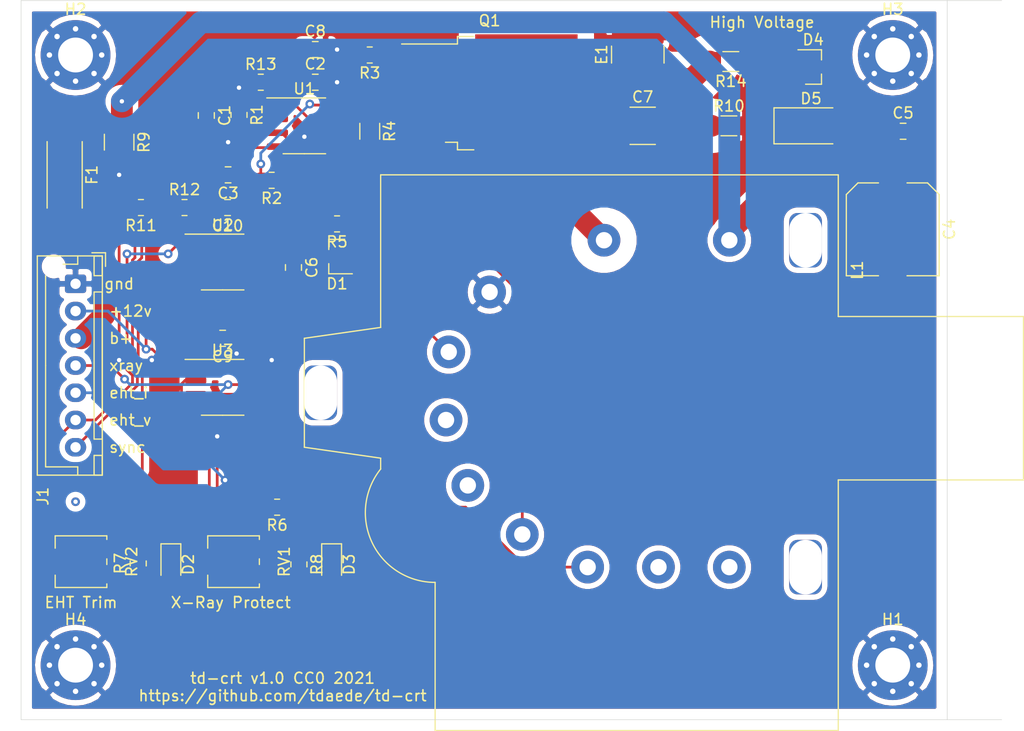
<source format=kicad_pcb>
(kicad_pcb (version 20171130) (host pcbnew 5.1.10-1.fc34)
  (layers (0 F.Cu signal) (31 B.Cu signal) (34 B.Paste user) (35 F.Paste user) (36 B.SilkS user) (37 F.SilkS user) (38 B.Mask user) (39 F.Mask user) (44 Edge.Cuts user))
  (net 0 "")
  (net 1 /fb)
  (net 2 /comp)
  (net 3 GND)
  (net 4 /ucc3801_ref)
  (net 5 "Net-(C3-Pad1)")
  (net 6 VBUS)
  (net 7 "Net-(C6-Pad1)")
  (net 8 /sw)
  (net 9 +12V)
  (net 10 "Net-(D1-Pad2)")
  (net 11 "Net-(D1-Pad1)")
  (net 12 "Net-(D2-Pad2)")
  (net 13 "Net-(D3-Pad2)")
  (net 14 /~xray_protect)
  (net 15 /eht_voltage)
  (net 16 /eht_current)
  (net 17 "Net-(L1-Pad5)")
  (net 18 "Net-(L1-Pad6)")
  (net 19 "Net-(L1-Pad7)")
  (net 20 "Net-(L1-Pad9)")
  (net 21 /cs)
  (net 22 "Net-(Q1-Pad1)")
  (net 23 "Net-(R3-Pad2)")
  (net 24 "Net-(RV1-Pad2)")
  (net 25 "Net-(C3-Pad2)")
  (net 26 /snubber_node)
  (net 27 "Net-(C8-Pad1)")
  (net 28 "Net-(D4-Pad3)")
  (net 29 "Net-(D4-Pad2)")
  (net 30 "Net-(D4-Pad1)")
  (net 31 /sync_in)
  (net 32 /vbus_in)
  (module Resistor_SMD:R_1206_3216Metric (layer F.Cu) (at -56 -24 270)
    (fp_text reference R4 (at 0 -1.82 90) (layer F.SilkS))
    (fp_text value 1)
    (pad 2 smd roundrect (at 1.4625 0 270) (size 1.125 1.75) (layers F.Cu F.Paste F.Mask) (roundrect_rratio 0.222222) (net 3 GND))
    (pad 1 smd roundrect (at -1.4625 0 270) (size 1.125 1.75) (layers F.Cu F.Paste F.Mask) (roundrect_rratio 0.222222) (net 21 /cs))
  )
  (module Resistor_SMD:R_1206_3216Metric (layer F.Cu) (at -22.8625 -30.4 180)
    (fp_text reference R14 (at 0 -1.82) (layer F.SilkS))
    (fp_text value 50)
    (pad 2 smd roundrect (at 1.4625 0 180) (size 1.125 1.75) (layers F.Cu F.Paste F.Mask) (roundrect_rratio 0.222222) (net 8 /sw))
    (pad 1 smd roundrect (at -1.4625 0 180) (size 1.125 1.75) (layers F.Cu F.Paste F.Mask) (roundrect_rratio 0.222222) (net 30 "Net-(D4-Pad1)"))
  )
  (module Resistor_SMD:R_1206_3216Metric (layer F.Cu) (at -23.0375 -24.5)
    (fp_text reference R10 (at 0 -1.82) (layer F.SilkS))
    (fp_text value 20k)
    (pad 2 smd roundrect (at 1.4625 0) (size 1.125 1.75) (layers F.Cu F.Paste F.Mask) (roundrect_rratio 0.222222) (net 3 GND))
    (pad 1 smd roundrect (at -1.4625 0) (size 1.125 1.75) (layers F.Cu F.Paste F.Mask) (roundrect_rratio 0.222222) (net 26 /snubber_node))
  )
  (module Resistor_SMD:R_0805_2012Metric (layer F.Cu) (at -73 -17)
    (fp_text reference R12 (at 0 -1.65) (layer F.SilkS))
    (fp_text value 50)
    (pad 2 smd roundrect (at 0.9125 0) (size 1.025 1.4) (layers F.Cu F.Paste F.Mask) (roundrect_rratio 0.243902) (net 3 GND))
    (pad 1 smd roundrect (at -0.9125 0) (size 1.025 1.4) (layers F.Cu F.Paste F.Mask) (roundrect_rratio 0.243902) (net 25 "Net-(C3-Pad2)"))
  )
  (module Resistor_SMD:R_0805_2012Metric (layer F.Cu) (at -77 -17 180)
    (fp_text reference R11 (at 0 -1.65) (layer F.SilkS))
    (fp_text value 120)
    (pad 2 smd roundrect (at 0.9125 0 180) (size 1.025 1.4) (layers F.Cu F.Paste F.Mask) (roundrect_rratio 0.243902) (net 31 /sync_in))
    (pad 1 smd roundrect (at -0.9125 0 180) (size 1.025 1.4) (layers F.Cu F.Paste F.Mask) (roundrect_rratio 0.243902) (net 25 "Net-(C3-Pad2)"))
  )
  (module Connector_JST:JST_XH_B7B-XH-AM_1x07_P2.50mm_Vertical (layer F.Cu) (at -83 -10 270)
    (fp_text reference J1 (at 19.5 3 90) (layer F.SilkS))
    (fp_text value Conn_01x07_Male)
    (pad "" np_thru_hole circle (at -1.6 2 270) (size 1.2 1.2) (drill 1.2) (layers *.Cu *.Mask))
    (pad 7 thru_hole oval (at 15 0 270) (size 1.7 1.95) (drill 0.95) (layers *.Cu *.Mask) (net 31 /sync_in))
    (pad 6 thru_hole oval (at 12.5 0 270) (size 1.7 1.95) (drill 0.95) (layers *.Cu *.Mask) (net 15 /eht_voltage))
    (pad 5 thru_hole oval (at 10 0 270) (size 1.7 1.95) (drill 0.95) (layers *.Cu *.Mask) (net 16 /eht_current))
    (pad 4 thru_hole oval (at 7.5 0 270) (size 1.7 1.95) (drill 0.95) (layers *.Cu *.Mask) (net 14 /~xray_protect))
    (pad 3 thru_hole oval (at 5 0 270) (size 1.7 1.95) (drill 0.95) (layers *.Cu *.Mask) (net 32 /vbus_in))
    (pad 2 thru_hole oval (at 2.5 0 270) (size 1.7 1.95) (drill 0.95) (layers *.Cu *.Mask) (net 9 +12V))
    (pad 1 thru_hole roundrect (at 0 0 270) (size 1.7 1.95) (drill 0.95) (layers *.Cu *.Mask) (roundrect_rratio 0.147059) (net 3 GND))
  )
  (module Diode_SMD:D_SMA (layer F.Cu) (at -15.5 -24.5)
    (fp_text reference D5 (at 0 -2.5) (layer F.SilkS))
    (fp_text value SMAJ400ALFCT-ND)
    (pad 2 smd rect (at 2 0) (size 2.5 1.8) (layers F.Cu F.Paste F.Mask) (net 6 VBUS))
    (pad 1 smd rect (at -2 0) (size 2.5 1.8) (layers F.Cu F.Paste F.Mask) (net 28 "Net-(D4-Pad3)"))
  )
  (module Package_TO_SOT_SMD:SOT-23 (layer F.Cu) (at -15.3 -29.9)
    (fp_text reference D4 (at 0 -2.5) (layer F.SilkS))
    (fp_text value BAS21)
    (pad 3 smd rect (at 1 0) (size 0.9 0.8) (layers F.Cu F.Paste F.Mask) (net 28 "Net-(D4-Pad3)"))
    (pad 2 smd rect (at -1 0.95) (size 0.9 0.8) (layers F.Cu F.Paste F.Mask) (net 29 "Net-(D4-Pad2)"))
    (pad 1 smd rect (at -1 -0.95) (size 0.9 0.8) (layers F.Cu F.Paste F.Mask) (net 30 "Net-(D4-Pad1)"))
  )
  (module Capacitor_SMD:C_0805_2012Metric (layer F.Cu) (at -69.05 -17 180)
    (fp_text reference C10 (at 0 -1.68) (layer F.SilkS))
    (fp_text value 0.1uF)
    (pad 2 smd roundrect (at 0.95 0 180) (size 1 1.45) (layers F.Cu F.Paste F.Mask) (net 3 GND))
    (pad 1 smd roundrect (at -0.95 0 180) (size 1 1.45) (layers F.Cu F.Paste F.Mask) (net 9 +12V))
  )
  (module Resistor_SMD:R_1218_3246Metric_Pad1.22x4.75mm_HandSolder (layer F.Cu) (at -31.4 -31.0375 90)
    (fp_text reference E1 (at 0 -3.32 90) (layer F.SilkS))
    (fp_text value SPARK_GAP)
    (pad 2 smd roundrect (at 1.5625 0 90) (size 1.225 4.75) (layers F.Cu F.Paste F.Mask) (roundrect_rratio 0.204082) (net 3 GND))
    (pad 1 smd roundrect (at -1.5625 0 90) (size 1.225 4.75) (layers F.Cu F.Paste F.Mask) (roundrect_rratio 0.204082) (net 8 /sw))
  )
  (module MountingHole:MountingHole_3.2mm_M3_Pad_Via (layer F.Cu) (at -83 25)
    (fp_text reference H4 (at 0 -4.2) (layer F.SilkS))
    (fp_text value MountingHole_Pad)
    (pad 1 thru_hole circle (at 1.697056 -1.697056) (size 0.8 0.8) (drill 0.5) (layers *.Cu *.Mask) (net 3 GND))
    (pad 1 thru_hole circle (at 0 -2.4) (size 0.8 0.8) (drill 0.5) (layers *.Cu *.Mask) (net 3 GND))
    (pad 1 thru_hole circle (at -1.697056 -1.697056) (size 0.8 0.8) (drill 0.5) (layers *.Cu *.Mask) (net 3 GND))
    (pad 1 thru_hole circle (at -2.4 0) (size 0.8 0.8) (drill 0.5) (layers *.Cu *.Mask) (net 3 GND))
    (pad 1 thru_hole circle (at -1.697056 1.697056) (size 0.8 0.8) (drill 0.5) (layers *.Cu *.Mask) (net 3 GND))
    (pad 1 thru_hole circle (at 0 2.4) (size 0.8 0.8) (drill 0.5) (layers *.Cu *.Mask) (net 3 GND))
    (pad 1 thru_hole circle (at 1.697056 1.697056) (size 0.8 0.8) (drill 0.5) (layers *.Cu *.Mask) (net 3 GND))
    (pad 1 thru_hole circle (at 2.4 0) (size 0.8 0.8) (drill 0.5) (layers *.Cu *.Mask) (net 3 GND))
    (pad 1 thru_hole circle (at 0 0) (size 6.4 6.4) (drill 3.2) (layers *.Cu *.Mask) (net 3 GND))
  )
  (module MountingHole:MountingHole_3.2mm_M3_Pad_Via (layer F.Cu) (at -8 -31)
    (fp_text reference H3 (at 0 -4.2) (layer F.SilkS))
    (fp_text value MountingHole_Pad)
    (pad 1 thru_hole circle (at 1.697056 -1.697056) (size 0.8 0.8) (drill 0.5) (layers *.Cu *.Mask) (net 3 GND))
    (pad 1 thru_hole circle (at 0 -2.4) (size 0.8 0.8) (drill 0.5) (layers *.Cu *.Mask) (net 3 GND))
    (pad 1 thru_hole circle (at -1.697056 -1.697056) (size 0.8 0.8) (drill 0.5) (layers *.Cu *.Mask) (net 3 GND))
    (pad 1 thru_hole circle (at -2.4 0) (size 0.8 0.8) (drill 0.5) (layers *.Cu *.Mask) (net 3 GND))
    (pad 1 thru_hole circle (at -1.697056 1.697056) (size 0.8 0.8) (drill 0.5) (layers *.Cu *.Mask) (net 3 GND))
    (pad 1 thru_hole circle (at 0 2.4) (size 0.8 0.8) (drill 0.5) (layers *.Cu *.Mask) (net 3 GND))
    (pad 1 thru_hole circle (at 1.697056 1.697056) (size 0.8 0.8) (drill 0.5) (layers *.Cu *.Mask) (net 3 GND))
    (pad 1 thru_hole circle (at 2.4 0) (size 0.8 0.8) (drill 0.5) (layers *.Cu *.Mask) (net 3 GND))
    (pad 1 thru_hole circle (at 0 0) (size 6.4 6.4) (drill 3.2) (layers *.Cu *.Mask) (net 3 GND))
  )
  (module MountingHole:MountingHole_3.2mm_M3_Pad_Via (layer F.Cu) (at -83 -31)
    (fp_text reference H2 (at 0 -4.2) (layer F.SilkS))
    (fp_text value MountingHole_Pad)
    (pad 1 thru_hole circle (at 1.697056 -1.697056) (size 0.8 0.8) (drill 0.5) (layers *.Cu *.Mask) (net 3 GND))
    (pad 1 thru_hole circle (at 0 -2.4) (size 0.8 0.8) (drill 0.5) (layers *.Cu *.Mask) (net 3 GND))
    (pad 1 thru_hole circle (at -1.697056 -1.697056) (size 0.8 0.8) (drill 0.5) (layers *.Cu *.Mask) (net 3 GND))
    (pad 1 thru_hole circle (at -2.4 0) (size 0.8 0.8) (drill 0.5) (layers *.Cu *.Mask) (net 3 GND))
    (pad 1 thru_hole circle (at -1.697056 1.697056) (size 0.8 0.8) (drill 0.5) (layers *.Cu *.Mask) (net 3 GND))
    (pad 1 thru_hole circle (at 0 2.4) (size 0.8 0.8) (drill 0.5) (layers *.Cu *.Mask) (net 3 GND))
    (pad 1 thru_hole circle (at 1.697056 1.697056) (size 0.8 0.8) (drill 0.5) (layers *.Cu *.Mask) (net 3 GND))
    (pad 1 thru_hole circle (at 2.4 0) (size 0.8 0.8) (drill 0.5) (layers *.Cu *.Mask) (net 3 GND))
    (pad 1 thru_hole circle (at 0 0) (size 6.4 6.4) (drill 3.2) (layers *.Cu *.Mask) (net 3 GND))
  )
  (module MountingHole:MountingHole_3.2mm_M3_Pad_Via (layer F.Cu) (at -8 25)
    (fp_text reference H1 (at 0 -4.2) (layer F.SilkS))
    (fp_text value MountingHole_Pad)
    (pad 1 thru_hole circle (at 1.697056 -1.697056) (size 0.8 0.8) (drill 0.5) (layers *.Cu *.Mask) (net 3 GND))
    (pad 1 thru_hole circle (at 0 -2.4) (size 0.8 0.8) (drill 0.5) (layers *.Cu *.Mask) (net 3 GND))
    (pad 1 thru_hole circle (at -1.697056 -1.697056) (size 0.8 0.8) (drill 0.5) (layers *.Cu *.Mask) (net 3 GND))
    (pad 1 thru_hole circle (at -2.4 0) (size 0.8 0.8) (drill 0.5) (layers *.Cu *.Mask) (net 3 GND))
    (pad 1 thru_hole circle (at -1.697056 1.697056) (size 0.8 0.8) (drill 0.5) (layers *.Cu *.Mask) (net 3 GND))
    (pad 1 thru_hole circle (at 0 2.4) (size 0.8 0.8) (drill 0.5) (layers *.Cu *.Mask) (net 3 GND))
    (pad 1 thru_hole circle (at 1.697056 1.697056) (size 0.8 0.8) (drill 0.5) (layers *.Cu *.Mask) (net 3 GND))
    (pad 1 thru_hole circle (at 2.4 0) (size 0.8 0.8) (drill 0.5) (layers *.Cu *.Mask) (net 3 GND))
    (pad 1 thru_hole circle (at 0 0) (size 6.4 6.4) (drill 3.2) (layers *.Cu *.Mask) (net 3 GND))
  )
  (module Package_SO:SOIC-8_3.9x4.9mm_P1.27mm (layer F.Cu) (at -69.5 -0.5)
    (fp_text reference U3 (at 0 -3.4) (layer F.SilkS))
    (fp_text value LM2903)
    (pad 8 smd roundrect (at 2.475 -1.905) (size 1.95 0.6) (layers F.Cu F.Paste F.Mask) (net 9 +12V))
    (pad 7 smd roundrect (at 2.475 -0.635) (size 1.95 0.6) (layers F.Cu F.Paste F.Mask) (net 14 /~xray_protect))
    (pad 6 smd roundrect (at 2.475 0.635) (size 1.95 0.6) (layers F.Cu F.Paste F.Mask) (net 4 /ucc3801_ref))
    (pad 5 smd roundrect (at 2.475 1.905) (size 1.95 0.6) (layers F.Cu F.Paste F.Mask) (net 4 /ucc3801_ref))
    (pad 4 smd roundrect (at -2.475 1.905) (size 1.95 0.6) (layers F.Cu F.Paste F.Mask) (net 3 GND))
    (pad 3 smd roundrect (at -2.475 0.635) (size 1.95 0.6) (layers F.Cu F.Paste F.Mask) (net 4 /ucc3801_ref))
    (pad 2 smd roundrect (at -2.475 -0.635) (size 1.95 0.6) (layers F.Cu F.Paste F.Mask) (net 24 "Net-(RV1-Pad2)"))
    (pad 1 smd roundrect (at -2.475 -1.905) (size 1.95 0.6) (layers F.Cu F.Paste F.Mask) (net 2 /comp))
  )
  (module Package_SO:SOIC-8_3.9x4.9mm_P1.27mm (layer F.Cu) (at -69.5 -12)
    (fp_text reference U2 (at 0 -3.4) (layer F.SilkS))
    (fp_text value TLC272)
    (pad 8 smd roundrect (at 2.475 -1.905) (size 1.95 0.6) (layers F.Cu F.Paste F.Mask) (net 9 +12V))
    (pad 7 smd roundrect (at 2.475 -0.635) (size 1.95 0.6) (layers F.Cu F.Paste F.Mask))
    (pad 6 smd roundrect (at 2.475 0.635) (size 1.95 0.6) (layers F.Cu F.Paste F.Mask))
    (pad 5 smd roundrect (at 2.475 1.905) (size 1.95 0.6) (layers F.Cu F.Paste F.Mask))
    (pad 4 smd roundrect (at -2.475 1.905) (size 1.95 0.6) (layers F.Cu F.Paste F.Mask) (net 3 GND))
    (pad 3 smd roundrect (at -2.475 0.635) (size 1.95 0.6) (layers F.Cu F.Paste F.Mask) (net 19 "Net-(L1-Pad7)"))
    (pad 2 smd roundrect (at -2.475 -0.635) (size 1.95 0.6) (layers F.Cu F.Paste F.Mask) (net 15 /eht_voltage))
    (pad 1 smd roundrect (at -2.475 -1.905) (size 1.95 0.6) (layers F.Cu F.Paste F.Mask) (net 15 /eht_voltage))
  )
  (module Package_SO:SOIC-8_3.9x4.9mm_P1.27mm (layer F.Cu) (at -62 -24.5)
    (fp_text reference U1 (at 0 -3.4) (layer F.SilkS))
    (fp_text value UCC2801)
    (pad 8 smd roundrect (at 2.475 -1.905) (size 1.95 0.6) (layers F.Cu F.Paste F.Mask) (net 4 /ucc3801_ref))
    (pad 7 smd roundrect (at 2.475 -0.635) (size 1.95 0.6) (layers F.Cu F.Paste F.Mask) (net 27 "Net-(C8-Pad1)"))
    (pad 6 smd roundrect (at 2.475 0.635) (size 1.95 0.6) (layers F.Cu F.Paste F.Mask) (net 23 "Net-(R3-Pad2)"))
    (pad 5 smd roundrect (at 2.475 1.905) (size 1.95 0.6) (layers F.Cu F.Paste F.Mask) (net 3 GND))
    (pad 4 smd roundrect (at -2.475 1.905) (size 1.95 0.6) (layers F.Cu F.Paste F.Mask) (net 5 "Net-(C3-Pad1)"))
    (pad 3 smd roundrect (at -2.475 0.635) (size 1.95 0.6) (layers F.Cu F.Paste F.Mask) (net 21 /cs))
    (pad 2 smd roundrect (at -2.475 -0.635) (size 1.95 0.6) (layers F.Cu F.Paste F.Mask) (net 1 /fb))
    (pad 1 smd roundrect (at -2.475 -1.905) (size 1.95 0.6) (layers F.Cu F.Paste F.Mask) (net 2 /comp))
  )
  (module Potentiometer_SMD:Potentiometer_Bourns_3314G_Vertical (layer F.Cu) (at -82.5 15.5 270)
    (fp_text reference RV2 (at 0 -4.65 90) (layer F.SilkS))
    (fp_text value 1k)
    (pad 3 smd rect (at -1.15 -2.75 270) (size 1.3 1.3) (layers F.Cu F.Paste F.Mask) (net 3 GND))
    (pad 2 smd rect (at 0 2.75 270) (size 2 1.3) (layers F.Cu F.Paste F.Mask) (net 1 /fb))
    (pad 1 smd rect (at 1.15 -2.75 270) (size 1.3 1.3) (layers F.Cu F.Paste F.Mask) (net 15 /eht_voltage))
  )
  (module Potentiometer_SMD:Potentiometer_Bourns_3314G_Vertical (layer F.Cu) (at -68.5 15.5 270)
    (fp_text reference RV1 (at 0 -4.65 90) (layer F.SilkS))
    (fp_text value 1k)
    (pad 3 smd rect (at -1.15 -2.75 270) (size 1.3 1.3) (layers F.Cu F.Paste F.Mask) (net 3 GND))
    (pad 2 smd rect (at 0 2.75 270) (size 2 1.3) (layers F.Cu F.Paste F.Mask) (net 24 "Net-(RV1-Pad2)"))
    (pad 1 smd rect (at 1.15 -2.75 270) (size 1.3 1.3) (layers F.Cu F.Paste F.Mask) (net 7 "Net-(C6-Pad1)"))
  )
  (module Resistor_SMD:R_0805_2012Metric (layer F.Cu) (at -66 -28.5)
    (fp_text reference R13 (at 0 -1.65) (layer F.SilkS))
    (fp_text value 1k)
    (pad 2 smd roundrect (at 0.9125 0) (size 1.025 1.4) (layers F.Cu F.Paste F.Mask) (roundrect_rratio 0.243902) (net 27 "Net-(C8-Pad1)"))
    (pad 1 smd roundrect (at -0.9125 0) (size 1.025 1.4) (layers F.Cu F.Paste F.Mask) (roundrect_rratio 0.243902) (net 9 +12V))
  )
  (module Resistor_SMD:R_1210_3225Metric (layer F.Cu) (at -79 -23 270)
    (fp_text reference R9 (at 0 -2.28 90) (layer F.SilkS))
    (fp_text value 100k)
    (pad 2 smd roundrect (at 1.4625 0 270) (size 1.125 2.65) (layers F.Cu F.Paste F.Mask) (roundrect_rratio 0.222222) (net 3 GND))
    (pad 1 smd roundrect (at -1.4625 0 270) (size 1.125 2.65) (layers F.Cu F.Paste F.Mask) (roundrect_rratio 0.222222) (net 6 VBUS))
  )
  (module Resistor_SMD:R_0805_2012Metric (layer F.Cu) (at -62.5 15.75 270)
    (fp_text reference R8 (at 0 -1.65 90) (layer F.SilkS))
    (fp_text value 10k)
    (pad 2 smd roundrect (at 0.9125 0 270) (size 1.025 1.4) (layers F.Cu F.Paste F.Mask) (roundrect_rratio 0.243902) (net 13 "Net-(D3-Pad2)"))
    (pad 1 smd roundrect (at -0.9125 0 270) (size 1.025 1.4) (layers F.Cu F.Paste F.Mask) (roundrect_rratio 0.243902) (net 9 +12V))
  )
  (module Resistor_SMD:R_0805_2012Metric (layer F.Cu) (at -77.25 15.6625 90)
    (fp_text reference R7 (at 0 -1.65 90) (layer F.SilkS))
    (fp_text value 10k)
    (pad 2 smd roundrect (at 0.9125 0 90) (size 1.025 1.4) (layers F.Cu F.Paste F.Mask) (roundrect_rratio 0.243902) (net 12 "Net-(D2-Pad2)"))
    (pad 1 smd roundrect (at -0.9125 0 90) (size 1.025 1.4) (layers F.Cu F.Paste F.Mask) (roundrect_rratio 0.243902) (net 7 "Net-(C6-Pad1)"))
  )
  (module Resistor_SMD:R_0805_2012Metric (layer F.Cu) (at -64.5 10.5 180)
    (fp_text reference R6 (at 0 -1.65) (layer F.SilkS))
    (fp_text value 100)
    (pad 2 smd roundrect (at 0.9125 0 180) (size 1.025 1.4) (layers F.Cu F.Paste F.Mask) (roundrect_rratio 0.243902) (net 3 GND))
    (pad 1 smd roundrect (at -0.9125 0 180) (size 1.025 1.4) (layers F.Cu F.Paste F.Mask) (roundrect_rratio 0.243902) (net 16 /eht_current))
  )
  (module Resistor_SMD:R_0805_2012Metric (layer F.Cu) (at -59 -15.5 180)
    (fp_text reference R5 (at 0 -1.65) (layer F.SilkS))
    (fp_text value 100k)
    (pad 2 smd roundrect (at 0.9125 0 180) (size 1.025 1.4) (layers F.Cu F.Paste F.Mask) (roundrect_rratio 0.243902) (net 3 GND))
    (pad 1 smd roundrect (at -0.9125 0 180) (size 1.025 1.4) (layers F.Cu F.Paste F.Mask) (roundrect_rratio 0.243902) (net 19 "Net-(L1-Pad7)"))
  )
  (module Resistor_SMD:R_0805_2012Metric (layer F.Cu) (at -56 -31 180)
    (fp_text reference R3 (at 0 -1.65) (layer F.SilkS))
    (fp_text value 1)
    (pad 2 smd roundrect (at 0.9125 0 180) (size 1.025 1.4) (layers F.Cu F.Paste F.Mask) (roundrect_rratio 0.243902) (net 23 "Net-(R3-Pad2)"))
    (pad 1 smd roundrect (at -0.9125 0 180) (size 1.025 1.4) (layers F.Cu F.Paste F.Mask) (roundrect_rratio 0.243902) (net 22 "Net-(Q1-Pad1)"))
  )
  (module Resistor_SMD:R_0805_2012Metric (layer F.Cu) (at -65 -19.5 180)
    (fp_text reference R2 (at 0 -1.65) (layer F.SilkS))
    (fp_text value 10k)
    (pad 2 smd roundrect (at 0.9125 0 180) (size 1.025 1.4) (layers F.Cu F.Paste F.Mask) (roundrect_rratio 0.243902) (net 4 /ucc3801_ref))
    (pad 1 smd roundrect (at -0.9125 0 180) (size 1.025 1.4) (layers F.Cu F.Paste F.Mask) (roundrect_rratio 0.243902) (net 5 "Net-(C3-Pad1)"))
  )
  (module Resistor_SMD:R_0805_2012Metric (layer F.Cu) (at -68 -25.5 270)
    (fp_text reference R1 (at 0 -1.65 90) (layer F.SilkS))
    (fp_text value 10k)
    (pad 2 smd roundrect (at 0.9125 0 270) (size 1.025 1.4) (layers F.Cu F.Paste F.Mask) (roundrect_rratio 0.243902) (net 1 /fb))
    (pad 1 smd roundrect (at -0.9125 0 270) (size 1.025 1.4) (layers F.Cu F.Paste F.Mask) (roundrect_rratio 0.243902) (net 2 /comp))
  )
  (module Package_TO_SOT_SMD:TO-263-7_TabPin8 (layer F.Cu) (at -45 -27.5)
    (fp_text reference Q1 (at 0 -6.65) (layer F.SilkS))
    (fp_text value IMBF170R450M1XTMA1)
    (pad 8 smd rect (at 3.375 0) (size 9.4 10.8) (layers F.Cu F.Mask) (net 8 /sw))
    (pad 7 smd rect (at -5.775 3.81) (size 4.6 0.8) (layers F.Cu F.Paste F.Mask) (net 21 /cs))
    (pad 6 smd rect (at -5.775 2.54) (size 4.6 0.8) (layers F.Cu F.Paste F.Mask) (net 21 /cs))
    (pad 5 smd rect (at -5.775 1.27) (size 4.6 0.8) (layers F.Cu F.Paste F.Mask) (net 21 /cs))
    (pad 4 smd rect (at -5.775 0) (size 4.6 0.8) (layers F.Cu F.Paste F.Mask) (net 21 /cs))
    (pad 3 smd rect (at -5.775 -1.27) (size 4.6 0.8) (layers F.Cu F.Paste F.Mask) (net 21 /cs))
    (pad 2 smd rect (at -5.775 -2.54) (size 4.6 0.8) (layers F.Cu F.Paste F.Mask) (net 21 /cs))
    (pad 1 smd rect (at -5.775 -3.81) (size 4.6 0.8) (layers F.Cu F.Paste F.Mask) (net 22 "Net-(Q1-Pad1)"))
  )
  (module td-hv:053X0528-001 (layer F.Cu) (at -23 -14 270)
    (fp_text reference L1 (at 2.75 -11.75 90) (layer F.SilkS))
    (fp_text value 053X0528-001)
    (pad "" np_thru_hole roundrect (at 14 37.5 270) (size 5 3) (drill oval 5 3) (layers *.Cu *.Mask))
    (pad "" np_thru_hole roundrect (at 0 -7 270) (size 5 3) (drill oval 5 3) (layers *.Cu *.Mask))
    (pad "" np_thru_hole roundrect (at 30 -7 270) (size 5 3) (drill oval 5 3) (layers *.Cu *.Mask))
    (pad 4 thru_hole circle (at 10.25 25.75 270) (size 3 3) (drill 1.5) (layers *.Cu *.Mask) (net 11 "Net-(D1-Pad1)"))
    (pad 3 thru_hole circle (at 4.75 22 270) (size 3 3) (drill 1.5) (layers *.Cu *.Mask) (net 3 GND))
    (pad 5 thru_hole circle (at 16.5 26 270) (size 3 3) (drill 1.5) (layers *.Cu *.Mask) (net 17 "Net-(L1-Pad5)"))
    (pad 6 thru_hole circle (at 22.5 24 270) (size 3 3) (drill 1.5) (layers *.Cu *.Mask) (net 18 "Net-(L1-Pad6)"))
    (pad 7 thru_hole circle (at 27 19 270) (size 3 3) (drill 1.5) (layers *.Cu *.Mask) (net 19 "Net-(L1-Pad7)"))
    (pad 8 thru_hole circle (at 30 13 270) (size 3 3) (drill 1.5) (layers *.Cu *.Mask) (net 16 /eht_current))
    (pad 9 thru_hole circle (at 30 6.5 270) (size 3 3) (drill 1.5) (layers *.Cu *.Mask) (net 20 "Net-(L1-Pad9)"))
    (pad 10 thru_hole circle (at 30 0 270) (size 3 3) (drill 1.5) (layers *.Cu *.Mask))
    (pad 2 thru_hole circle (at 0 11.5 270) (size 3 3) (drill 1.5) (layers *.Cu *.Mask) (net 8 /sw))
    (pad 1 thru_hole circle (at 0 0 270) (size 3 3) (drill 1.5) (layers *.Cu *.Mask) (net 6 VBUS))
  )
  (module Fuse:Fuse_Schurter_UMT250 (layer F.Cu) (at -84 -20 270)
    (fp_text reference F1 (at 0 -2.5 90) (layer F.SilkS))
    (fp_text value Fuse)
    (pad 2 smd roundrect (at 4.25 0 270) (size 2 3.75) (layers F.Cu F.Paste F.Mask) (roundrect_rratio 0.125) (net 32 /vbus_in))
    (pad 1 smd roundrect (at -4.25 0 270) (size 2 3.75) (layers F.Cu F.Paste F.Mask) (roundrect_rratio 0.125) (net 6 VBUS))
  )
  (module LED_SMD:LED_0805_2012Metric_Castellated (layer F.Cu) (at -59.5 15.75 270)
    (fp_text reference D3 (at 0 -1.6 90) (layer F.SilkS))
    (fp_text value LED)
    (pad 2 smd roundrect (at 0.9625 0 270) (size 1.325 1.3) (layers F.Cu F.Paste F.Mask) (roundrect_rratio 0.192308) (net 13 "Net-(D3-Pad2)"))
    (pad 1 smd roundrect (at -0.9625 0 270) (size 1.325 1.3) (layers F.Cu F.Paste F.Mask) (roundrect_rratio 0.192308) (net 14 /~xray_protect))
  )
  (module LED_SMD:LED_0805_2012Metric_Castellated (layer F.Cu) (at -74.25 15.75 270)
    (fp_text reference D2 (at 0 -1.6 90) (layer F.SilkS))
    (fp_text value LED)
    (pad 2 smd roundrect (at 0.9625 0 270) (size 1.325 1.3) (layers F.Cu F.Paste F.Mask) (roundrect_rratio 0.192308) (net 12 "Net-(D2-Pad2)"))
    (pad 1 smd roundrect (at -0.9625 0 270) (size 1.325 1.3) (layers F.Cu F.Paste F.Mask) (roundrect_rratio 0.192308) (net 3 GND))
  )
  (module Package_TO_SOT_SMD:SOT-23 (layer F.Cu) (at -59 -12.5 180)
    (fp_text reference D1 (at 0 -2.5) (layer F.SilkS))
    (fp_text value BAV99)
    (pad 3 smd rect (at 1 0 180) (size 0.9 0.8) (layers F.Cu F.Paste F.Mask) (net 7 "Net-(C6-Pad1)"))
    (pad 2 smd rect (at -1 0.95 180) (size 0.9 0.8) (layers F.Cu F.Paste F.Mask) (net 10 "Net-(D1-Pad2)"))
    (pad 1 smd rect (at -1 -0.95 180) (size 0.9 0.8) (layers F.Cu F.Paste F.Mask) (net 11 "Net-(D1-Pad1)"))
  )
  (module Capacitor_SMD:C_0805_2012Metric (layer F.Cu) (at -69.5 -5 180)
    (fp_text reference C9 (at 0 -1.68) (layer F.SilkS))
    (fp_text value 0.1uF)
    (pad 2 smd roundrect (at 0.95 0 180) (size 1 1.45) (layers F.Cu F.Paste F.Mask) (net 3 GND))
    (pad 1 smd roundrect (at -0.95 0 180) (size 1 1.45) (layers F.Cu F.Paste F.Mask) (net 9 +12V))
  )
  (module Capacitor_SMD:C_0805_2012Metric (layer F.Cu) (at -61 -31.5)
    (fp_text reference C8 (at 0 -1.68) (layer F.SilkS))
    (fp_text value 0.1uF)
    (pad 2 smd roundrect (at 0.95 0) (size 1 1.45) (layers F.Cu F.Paste F.Mask) (net 3 GND))
    (pad 1 smd roundrect (at -0.95 0) (size 1 1.45) (layers F.Cu F.Paste F.Mask) (net 27 "Net-(C8-Pad1)"))
  )
  (module Capacitor_SMD:C_1812_4532Metric (layer F.Cu) (at -30.95 -24.5)
    (fp_text reference C7 (at 0 -2.65) (layer F.SilkS))
    (fp_text value "470pF 2000V NP0")
    (pad 2 smd roundrect (at 2.05 0) (size 1.4 3.4) (layers F.Cu F.Paste F.Mask) (roundrect_rratio 0.178571) (net 26 /snubber_node))
    (pad 1 smd roundrect (at -2.05 0) (size 1.4 3.4) (layers F.Cu F.Paste F.Mask) (roundrect_rratio 0.178571) (net 8 /sw))
  )
  (module Capacitor_SMD:C_0805_2012Metric (layer F.Cu) (at -63 -11.5 270)
    (fp_text reference C6 (at 0 -1.68 90) (layer F.SilkS))
    (fp_text value 0.1uF)
    (pad 2 smd roundrect (at 0.95 0 270) (size 1 1.45) (layers F.Cu F.Paste F.Mask) (net 3 GND))
    (pad 1 smd roundrect (at -0.95 0 270) (size 1 1.45) (layers F.Cu F.Paste F.Mask) (net 7 "Net-(C6-Pad1)"))
  )
  (module Capacitor_SMD:C_0805_2012Metric (layer F.Cu) (at -7.05 -24)
    (fp_text reference C5 (at 0 -1.68) (layer F.SilkS))
    (fp_text value "0.1uF 200V")
    (pad 2 smd roundrect (at 0.95 0) (size 1 1.45) (layers F.Cu F.Paste F.Mask) (net 3 GND))
    (pad 1 smd roundrect (at -0.95 0) (size 1 1.45) (layers F.Cu F.Paste F.Mask) (net 6 VBUS))
  )
  (module Capacitor_SMD:C_Elec_8x10.2 (layer F.Cu) (at -8 -15 270)
    (fp_text reference C4 (at 0 -5.2 90) (layer F.SilkS))
    (fp_text value "12uF 250V")
    (pad 2 smd roundrect (at 3.6 0 270) (size 4.5 2.1) (layers F.Cu F.Paste F.Mask) (roundrect_rratio 0.119048) (net 3 GND))
    (pad 1 smd roundrect (at -3.6 0 270) (size 4.5 2.1) (layers F.Cu F.Paste F.Mask) (roundrect_rratio 0.119048) (net 6 VBUS))
  )
  (module Capacitor_SMD:C_0805_2012Metric (layer F.Cu) (at -69 -20 180)
    (fp_text reference C3 (at 0 -1.68) (layer F.SilkS))
    (fp_text value 22000pF)
    (pad 2 smd roundrect (at 0.95 0 180) (size 1 1.45) (layers F.Cu F.Paste F.Mask) (net 25 "Net-(C3-Pad2)"))
    (pad 1 smd roundrect (at -0.95 0 180) (size 1 1.45) (layers F.Cu F.Paste F.Mask) (net 5 "Net-(C3-Pad1)"))
  )
  (module Capacitor_SMD:C_0805_2012Metric (layer F.Cu) (at -61 -28.5)
    (fp_text reference C2 (at 0 -1.68) (layer F.SilkS))
    (fp_text value 0.1uF)
    (pad 2 smd roundrect (at 0.95 0) (size 1 1.45) (layers F.Cu F.Paste F.Mask) (net 3 GND))
    (pad 1 smd roundrect (at -0.95 0) (size 1 1.45) (layers F.Cu F.Paste F.Mask) (net 4 /ucc3801_ref))
  )
  (module Capacitor_SMD:C_0805_2012Metric (layer F.Cu) (at -71 -25.45 270)
    (fp_text reference C1 (at 0 -1.68 90) (layer F.SilkS))
    (fp_text value 10000pF)
    (pad 2 smd roundrect (at 0.95 0 270) (size 1 1.45) (layers F.Cu F.Paste F.Mask) (net 1 /fb))
    (pad 1 smd roundrect (at -0.95 0 270) (size 1 1.45) (layers F.Cu F.Paste F.Mask) (net 2 /comp))
  )
  (gr_text xray (at -80 -2.5) (layer F.SilkS) (effects (font (size 1 1)) (justify left)))
  (gr_text b+ (at -80 -5) (layer F.SilkS) (effects (font (size 1 1)) (justify left)))
  (gr_text eht_i (at -80 0) (layer F.SilkS) (effects (font (size 1 1)) (justify left)))
  (gr_text eht_v (at -80 2.5) (layer F.SilkS) (effects (font (size 1 1)) (justify left)))
  (gr_text sync (at -80 5) (layer F.SilkS) (effects (font (size 1 1)) (justify left)))
  (gr_text +12v (at -80 -7.5) (layer F.SilkS) (effects (font (size 1 1)) (justify left)))
  (gr_text gnd (at -79 -10) (layer F.SilkS) (effects (font (size 1 1))))
  (gr_line (start -88 -36) (end 2 -36) (layer Edge.Cuts) (width 0.05))
  (gr_line (start -88 30) (end -88 -36) (layer Edge.Cuts) (width 0.05))
  (gr_line (start 2 30) (end -88 30) (layer Edge.Cuts) (width 0.05))
  (gr_line (start -3 -36) (end -3 30) (layer Edge.Cuts) (width 0.05))
  (gr_text "td-crt v1.0 CC0 2021\nhttps://github.com/tdaede/td-crt" (at -64 27) (layer F.SilkS) (effects (font (size 1 1))))
  (gr_text "High Voltage" (at -20 -34) (layer F.SilkS) (effects (font (size 1 1))))
  (gr_text "EHT Trim" (at -82.5 19.25) (layer F.SilkS) (effects (font (size 1 1))))
  (gr_text "X-Ray Protect" (at -68.75 19.25) (layer F.SilkS) (effects (font (size 1 1))))
  (via (at -83 10) (size 0.8) (drill 0.4) (layers F.Cu B.Cu) (net 0))
  (segment (start -71 -24.5) (end -68.5 -24.5) (width 0.25) (layer F.Cu) (net 1))
  (segment (start -68.5 -24.5) (end -68 -25) (width 0.25) (layer F.Cu) (net 1))
  (segment (start -68 -25) (end -64 -25) (width 0.25) (layer F.Cu) (net 1))
  (segment (start -77.25 -12.065577) (end -76.92501 -12.390567) (width 0.25) (layer F.Cu) (net 1))
  (segment (start -76.92501 -12.390567) (end -76.92501 -18.57499) (width 0.25) (layer F.Cu) (net 1))
  (segment (start -77.25 -2.345825) (end -77.25 -12.065577) (width 0.25) (layer F.Cu) (net 1))
  (segment (start -76.874976 7.124976) (end -76.874976 -1.970802) (width 0.25) (layer F.Cu) (net 1))
  (segment (start -85.25 15.5) (end -76.874976 7.124976) (width 0.25) (layer F.Cu) (net 1))
  (segment (start -76.92501 -18.57499) (end -71 -24.5) (width 0.25) (layer F.Cu) (net 1))
  (segment (start -76.874976 -1.970802) (end -77.25 -2.345825) (width 0.25) (layer F.Cu) (net 1))
  (segment (start -68 -26.4125) (end -65.4125 -26.4125) (width 0.25) (layer F.Cu) (net 2))
  (segment (start -71 -26.4) (end -68.1 -26.4) (width 0.25) (layer F.Cu) (net 2))
  (segment (start -71 -26.4) (end -79 -18.4) (width 0.25) (layer F.Cu) (net 2))
  (segment (start -79 -18.4) (end -79 -3) (width 0.25) (layer F.Cu) (net 2))
  (via (at -79 -3) (size 0.8) (drill 0.4) (layers F.Cu B.Cu) (net 2))
  (via (at -76 -3) (size 0.8) (drill 0.4) (layers F.Cu B.Cu) (net 2))
  (segment (start -79 -3) (end -76 -3) (width 0.25) (layer B.Cu) (net 2))
  (segment (start -76 -3) (end -72 -3) (width 0.25) (layer F.Cu) (net 2))
  (via (at -62 -23.5) (size 0.8) (drill 0.4) (layers F.Cu B.Cu) (net 3))
  (segment (start -61.095 -22.595) (end -62 -23.5) (width 0.25) (layer F.Cu) (net 3))
  (segment (start -59.525 -22.595) (end -61.095 -22.595) (width 0.25) (layer F.Cu) (net 3))
  (via (at -59 -28.5) (size 0.8) (drill 0.4) (layers F.Cu B.Cu) (net 3))
  (segment (start -60.05 -28.5) (end -59 -28.5) (width 0.25) (layer F.Cu) (net 3))
  (via (at -59 -31.5) (size 0.8) (drill 0.4) (layers F.Cu B.Cu) (net 3))
  (segment (start -60.05 -31.5) (end -59 -31.5) (width 0.25) (layer F.Cu) (net 3))
  (segment (start -70 -17) (end -72.5 -17) (width 0.25) (layer F.Cu) (net 3))
  (segment (start -79 -21.5375) (end -79 -20.5) (width 0.25) (layer F.Cu) (net 3))
  (via (at -79 -20) (size 0.8) (drill 0.4) (layers F.Cu B.Cu) (net 3))
  (segment (start -79 -20.5) (end -79 -20) (width 0.25) (layer F.Cu) (net 3))
  (segment (start -61.95 -28.5) (end -60 -26.55) (width 0.25) (layer F.Cu) (net 4))
  (via (at -61.5 -26.5) (size 0.8) (drill 0.4) (layers F.Cu B.Cu) (net 4))
  (segment (start -61.405 -26.405) (end -61.5 -26.5) (width 0.25) (layer F.Cu) (net 4))
  (segment (start -59.525 -26.405) (end -61.405 -26.405) (width 0.25) (layer F.Cu) (net 4))
  (via (at -66 -21) (size 0.8) (drill 0.4) (layers F.Cu B.Cu) (net 4))
  (segment (start -66 -22) (end -66 -21) (width 0.25) (layer B.Cu) (net 4))
  (segment (start -61.5 -26.5) (end -66 -22) (width 0.25) (layer B.Cu) (net 4))
  (segment (start -66 -21) (end -66 -19.5) (width 0.25) (layer F.Cu) (net 4))
  (segment (start -67.025 0.135) (end -71.865 0.135) (width 0.25) (layer F.Cu) (net 4))
  (segment (start -71.865 0.135) (end -72 0) (width 0.25) (layer F.Cu) (net 4))
  (segment (start -67.025 0.135) (end -67.025 0.975) (width 0.25) (layer F.Cu) (net 4))
  (segment (start -67 1) (end -67 1.727179) (width 0.25) (layer F.Cu) (net 4))
  (segment (start -67.025 0.975) (end -67 1) (width 0.25) (layer F.Cu) (net 4))
  (segment (start -64.475 -22.595) (end -64.475 -19.975) (width 0.25) (layer F.Cu) (net 5))
  (segment (start -68.05 -20) (end -68.05 -21.45) (width 0.25) (layer F.Cu) (net 5))
  (segment (start -68.05 -21.45) (end -67 -22.5) (width 0.25) (layer F.Cu) (net 5))
  (segment (start -67 -22.5) (end -64.5 -22.5) (width 0.25) (layer F.Cu) (net 5))
  (segment (start -13.5 -24.5) (end -13.5 -24.3) (width 2) (layer F.Cu) (net 6))
  (segment (start -13.5 -24.3) (end -23 -14.8) (width 2) (layer F.Cu) (net 6))
  (segment (start -23 -14) (end -23 -14.8) (width 2) (layer F.Cu) (net 6))
  (segment (start -8 -18.6) (end -8 -24) (width 2) (layer F.Cu) (net 6))
  (segment (start -13.5 -24.5) (end -8.5 -24.5) (width 2) (layer F.Cu) (net 6))
  (segment (start -23 -14) (end -23 -28) (width 2) (layer B.Cu) (net 6))
  (segment (start -23 -28) (end -29 -34) (width 2) (layer B.Cu) (net 6))
  (via (at -78.75 -26.75) (size 0.8) (drill 0.4) (layers F.Cu B.Cu) (net 6))
  (segment (start -71.5 -34) (end -78.75 -26.75) (width 2) (layer B.Cu) (net 6))
  (segment (start -29 -34) (end -71.5 -34) (width 2) (layer B.Cu) (net 6))
  (segment (start -78.75 -26.75) (end -78.75 -25.25) (width 2) (layer F.Cu) (net 6))
  (segment (start -78.75 -25.25) (end -79.75 -24.25) (width 2) (layer F.Cu) (net 6))
  (segment (start -84 -24.25) (end -80 -24.25) (width 2) (layer F.Cu) (net 6))
  (segment (start -60.17638 -12.5) (end -60.58819 -12.08819) (width 0.25) (layer F.Cu) (net 7))
  (segment (start -60 -12.5) (end -60.17638 -12.5) (width 0.25) (layer F.Cu) (net 7))
  (segment (start -60.58819 -12.08819) (end -60.41181 -12.08819) (width 0.25) (layer F.Cu) (net 7))
  (segment (start -63 -12.08819) (end -60.58819 -12.08819) (width 0.25) (layer F.Cu) (net 7))
  (segment (start -66.80001 17.70001) (end -76.54999 17.70001) (width 0.25) (layer F.Cu) (net 7))
  (segment (start -65.75 16.65) (end -66.80001 17.70001) (width 0.25) (layer F.Cu) (net 7))
  (segment (start -76.54999 17.70001) (end -77.75 16.5) (width 0.25) (layer F.Cu) (net 7))
  (segment (start -70.534402 2.824987) (end -66.798219 2.824987) (width 0.25) (layer F.Cu) (net 7))
  (segment (start -71.90002 11.39998) (end -71.90002 4.190605) (width 0.25) (layer F.Cu) (net 7))
  (segment (start -65.725002 -9.363188) (end -63.08819 -12) (width 0.25) (layer F.Cu) (net 7))
  (segment (start -65.725002 -2.651998) (end -65.725002 -9.363188) (width 0.25) (layer F.Cu) (net 7))
  (segment (start -65.72499 -2.651986) (end -65.725002 -2.651998) (width 0.25) (layer F.Cu) (net 7))
  (segment (start -65.72499 1.751758) (end -65.72499 -2.651986) (width 0.25) (layer F.Cu) (net 7))
  (segment (start -63.08819 -12) (end -63 -12) (width 0.25) (layer F.Cu) (net 7))
  (segment (start -71.90002 4.190605) (end -70.534402 2.824987) (width 0.25) (layer F.Cu) (net 7))
  (segment (start -66.65 16.65) (end -71.90002 11.39998) (width 0.25) (layer F.Cu) (net 7))
  (segment (start -65.75 16.65) (end -66.65 16.65) (width 0.25) (layer F.Cu) (net 7))
  (segment (start -66.798219 2.824987) (end -65.72499 1.751758) (width 0.25) (layer F.Cu) (net 7))
  (segment (start -34.5 -14) (end -40.2 -19.7) (width 2) (layer F.Cu) (net 8))
  (segment (start -40.2 -19.7) (end -40.2 -28.8) (width 2) (layer F.Cu) (net 8))
  (segment (start -40.2 -28.8) (end -26.4 -28.8) (width 2) (layer F.Cu) (net 8))
  (segment (start -26.4 -28.8) (end -24.8 -30.4) (width 2) (layer F.Cu) (net 8))
  (segment (start -68.1 -17) (end -68.1 -15.1) (width 0.25) (layer F.Cu) (net 9))
  (segment (start -68.55 -5) (end -68.55 -3.55) (width 0.25) (layer F.Cu) (net 9))
  (segment (start -68.55 -3.55) (end -68.17 -3.55) (width 0.25) (layer F.Cu) (net 9))
  (segment (start -67.025 -2.405) (end -67.56 -2.94) (width 0.25) (layer F.Cu) (net 9))
  (segment (start -68.1 -15.1) (end -67 -14) (width 0.25) (layer F.Cu) (net 9))
  (via (at -76.52499 -4) (size 0.8) (drill 0.4) (layers F.Cu B.Cu) (net 9))
  (segment (start -83 -7.5) (end -80.02499 -7.5) (width 0.25) (layer B.Cu) (net 9))
  (segment (start -80.02499 -7.5) (end -76.52499 -4) (width 0.25) (layer B.Cu) (net 9))
  (segment (start -67.56 -2.94) (end -68.220001 -3.600001) (width 0.25) (layer F.Cu) (net 9))
  (via (at -65 -3) (size 0.8) (drill 0.4) (layers F.Cu B.Cu) (net 9))
  (segment (start -68.17 -3.55) (end -67.56 -2.94) (width 0.25) (layer F.Cu) (net 9))
  (via (at -68.220001 -3.600001) (size 0.8) (drill 0.4) (layers F.Cu B.Cu) (net 9))
  (segment (start -67.62 -3) (end -68.220001 -3.600001) (width 0.25) (layer B.Cu) (net 9))
  (segment (start -65 -3) (end -67.62 -3) (width 0.25) (layer B.Cu) (net 9))
  (segment (start -76.52499 -4) (end -76.52499 -8.47501) (width 0.25) (layer F.Cu) (net 9))
  (segment (start -70.953242 -13.27999) (end -70.233232 -14) (width 0.25) (layer F.Cu) (net 9))
  (segment (start -72.976778 -13.27999) (end -70.953242 -13.27999) (width 0.25) (layer F.Cu) (net 9))
  (segment (start -76.52499 -8.47501) (end -73.27501 -11.72499) (width 0.25) (layer F.Cu) (net 9))
  (segment (start -73.27501 -11.72499) (end -73.27501 -12.981758) (width 0.25) (layer F.Cu) (net 9))
  (segment (start -73.27501 -12.981758) (end -72.976778 -13.27999) (width 0.25) (layer F.Cu) (net 9))
  (segment (start -70.233232 -14) (end -67 -14) (width 0.25) (layer F.Cu) (net 9))
  (segment (start -68.1 -17) (end -69 -17.9) (width 0.25) (layer F.Cu) (net 9))
  (via (at -69 -23) (size 0.8) (drill 0.4) (layers F.Cu B.Cu) (net 9))
  (segment (start -69 -17.9) (end -69 -23) (width 0.25) (layer F.Cu) (net 9))
  (via (at -68 -28) (size 0.8) (drill 0.4) (layers F.Cu B.Cu) (net 9))
  (segment (start -69 -27) (end -68 -28) (width 0.25) (layer B.Cu) (net 9))
  (segment (start -69 -23) (end -69 -27) (width 0.25) (layer B.Cu) (net 9))
  (segment (start -68 -28) (end -67 -28) (width 0.25) (layer F.Cu) (net 9))
  (segment (start -68.220001 -3.600001) (end -75.559306 -3.600001) (width 0.25) (layer F.Cu) (net 9))
  (segment (start -75.559306 -3.600001) (end -75.959305 -4) (width 0.25) (layer F.Cu) (net 9))
  (segment (start -75.959305 -4) (end -76.52499 -4) (width 0.25) (layer F.Cu) (net 9))
  (segment (start -65 1.663179) (end -65 -3) (width 0.25) (layer F.Cu) (net 9))
  (segment (start -66.611819 3.274998) (end -65 1.663179) (width 0.25) (layer F.Cu) (net 9))
  (segment (start -66.660001 15.325001) (end -70.725002 11.26) (width 0.25) (layer F.Cu) (net 9))
  (segment (start -62.5 14.8375) (end -62.987501 15.325001) (width 0.25) (layer F.Cu) (net 9))
  (segment (start -70.725002 3.651998) (end -70.348002 3.274998) (width 0.25) (layer F.Cu) (net 9))
  (segment (start -70.348002 3.274998) (end -66.611819 3.274998) (width 0.25) (layer F.Cu) (net 9))
  (segment (start -62.987501 15.325001) (end -66.660001 15.325001) (width 0.25) (layer F.Cu) (net 9))
  (segment (start -70.725002 11.26) (end -70.725002 3.651998) (width 0.25) (layer F.Cu) (net 9))
  (segment (start -58 -11.55) (end -56.05 -11.55) (width 0.25) (layer F.Cu) (net 11))
  (segment (start -56.05 -11.05) (end -56.05 -11.55) (width 0.25) (layer F.Cu) (net 11))
  (segment (start -48.75 -3.75) (end -56.05 -11.05) (width 0.25) (layer F.Cu) (net 11))
  (segment (start -77.25 14.75) (end -76 14.75) (width 0.25) (layer F.Cu) (net 12))
  (segment (start -76 14.75) (end -74 16.75) (width 0.25) (layer F.Cu) (net 12))
  (segment (start -62.5 16.6625) (end -59.5875 16.6625) (width 0.25) (layer F.Cu) (net 13))
  (via (at -78.5 -1.25) (size 0.8) (drill 0.4) (layers F.Cu B.Cu) (net 14))
  (segment (start -79.75 -2.5) (end -78.5 -1.25) (width 0.25) (layer F.Cu) (net 14))
  (segment (start -83 -2.5) (end -79.75 -2.5) (width 0.25) (layer F.Cu) (net 14))
  (via (at -69 -0.75) (size 0.8) (drill 0.4) (layers F.Cu B.Cu) (net 14))
  (segment (start -78 -0.75) (end -69 -0.75) (width 0.25) (layer B.Cu) (net 14))
  (segment (start -78.5 -1.25) (end -78 -0.75) (width 0.25) (layer B.Cu) (net 14))
  (segment (start -69 -0.75) (end -67.25 -0.75) (width 0.25) (layer F.Cu) (net 14))
  (segment (start -67.25 -0.75) (end -67 -1) (width 0.25) (layer F.Cu) (net 14))
  (segment (start -59.5 14.7875) (end -60.912501 13.374999) (width 0.25) (layer F.Cu) (net 14))
  (segment (start -60.912501 13.374999) (end -67.625001 13.374999) (width 0.25) (layer F.Cu) (net 14))
  (via (at -70 4) (size 0.8) (drill 0.4) (layers F.Cu B.Cu) (net 14))
  (segment (start -67.625001 13.374999) (end -70 11) (width 0.25) (layer F.Cu) (net 14))
  (segment (start -70 11) (end -70 4) (width 0.25) (layer F.Cu) (net 14))
  (segment (start -70 0.25) (end -69 -0.75) (width 0.25) (layer B.Cu) (net 14))
  (segment (start -70 4) (end -70 0.25) (width 0.25) (layer B.Cu) (net 14))
  (via (at -74.5 -12.75) (size 0.8) (drill 0.4) (layers F.Cu B.Cu) (net 15))
  (segment (start -86.225001 16.760001) (end -86.225001 5.725001) (width 0.25) (layer F.Cu) (net 15))
  (segment (start -80.825001 16.825001) (end -86.160001 16.825001) (width 0.25) (layer F.Cu) (net 15))
  (segment (start -86.160001 16.825001) (end -86.225001 16.760001) (width 0.25) (layer F.Cu) (net 15))
  (segment (start -80.65 16.65) (end -80.825001 16.825001) (width 0.25) (layer F.Cu) (net 15))
  (segment (start -79.75 16.65) (end -80.65 16.65) (width 0.25) (layer F.Cu) (net 15))
  (segment (start -86.225001 5.725001) (end -83 2.5) (width 0.25) (layer F.Cu) (net 15))
  (segment (start -74.5 -12.75) (end -73.25 -14) (width 0.25) (layer F.Cu) (net 15))
  (segment (start -73.25 -14) (end -71.75 -14) (width 0.25) (layer F.Cu) (net 15))
  (segment (start -74.5 -12.75) (end -78.27499 -12.75) (width 0.25) (layer B.Cu) (net 15))
  (segment (start -83 2.5) (end -81.176996 2.5) (width 0.25) (layer F.Cu) (net 15))
  (segment (start -81.176996 2.5) (end -77.774998 -0.901998) (width 0.25) (layer F.Cu) (net 15))
  (segment (start -77.774998 -0.901998) (end -77.774998 -1.598002) (width 0.25) (layer F.Cu) (net 15))
  (segment (start -77.774998 -1.598002) (end -78.27499 -2.097994) (width 0.25) (layer F.Cu) (net 15))
  (via (at -78.27499 -12.75) (size 0.8) (drill 0.4) (layers F.Cu B.Cu) (net 15))
  (segment (start -78.27499 -2.097994) (end -78.27499 -12.75) (width 0.25) (layer F.Cu) (net 15))
  (segment (start -47.201002 10.5) (end -41.701002 16) (width 0.25) (layer F.Cu) (net 16))
  (segment (start -63.5875 10.5) (end -47.201002 10.5) (width 0.25) (layer F.Cu) (net 16))
  (segment (start -41.701002 16) (end -35.5 16) (width 0.25) (layer F.Cu) (net 16))
  (segment (start -63.5875 10.5) (end -63.5875 9.8) (width 0.25) (layer F.Cu) (net 16))
  (segment (start -65.37484 8.01266) (end -69.27499 8.01266) (width 0.25) (layer F.Cu) (net 16))
  (segment (start -77.28765 0) (end -69.27499 8.01266) (width 0.25) (layer B.Cu) (net 16))
  (via (at -69.27499 8.01266) (size 0.8) (drill 0.4) (layers F.Cu B.Cu) (net 16))
  (segment (start -83 0) (end -77.28765 0) (width 0.25) (layer B.Cu) (net 16))
  (segment (start -63.5875 9.8) (end -65.37484 8.01266) (width 0.25) (layer F.Cu) (net 16))
  (segment (start -42 -8.951002) (end -48.548998 -15.5) (width 0.25) (layer F.Cu) (net 19))
  (segment (start -42 13) (end -42 -8.951002) (width 0.25) (layer F.Cu) (net 19))
  (segment (start -58.0875 -15.5) (end -48.548998 -15.5) (width 0.25) (layer F.Cu) (net 19))
  (segment (start -68.046758 -13.26001) (end -68.32501 -12.981758) (width 0.25) (layer F.Cu) (net 19))
  (segment (start -68.863588 -11.5) (end -72 -11.5) (width 0.25) (layer F.Cu) (net 19))
  (segment (start -68.32501 -12.038578) (end -68.863588 -11.5) (width 0.25) (layer F.Cu) (net 19))
  (segment (start -68.32501 -12.981758) (end -68.32501 -12.038578) (width 0.25) (layer F.Cu) (net 19))
  (segment (start -66.023222 -13.26001) (end -68.046758 -13.26001) (width 0.25) (layer F.Cu) (net 19))
  (segment (start -59.11251 -16.52501) (end -62.758222 -16.52501) (width 0.25) (layer F.Cu) (net 19))
  (segment (start -58.0875 -15.5) (end -59.11251 -16.52501) (width 0.25) (layer F.Cu) (net 19))
  (segment (start -62.758222 -16.52501) (end -66.023222 -13.26001) (width 0.25) (layer F.Cu) (net 19))
  (segment (start -51.0875 -25.4625) (end -50.775 -25.775) (width 2) (layer F.Cu) (net 21))
  (segment (start -56 -25.4625) (end -51.0875 -25.4625) (width 2) (layer F.Cu) (net 21))
  (segment (start -50.775 -25.775) (end -50.775 -29.709999) (width 2) (layer F.Cu) (net 21))
  (segment (start -50.775 -23.69) (end -50.775 -25.775) (width 2) (layer F.Cu) (net 21))
  (segment (start -62.203222 -21.96999) (end -64.233232 -24) (width 0.25) (layer F.Cu) (net 21))
  (segment (start -58.503242 -21.96999) (end -62.203222 -21.96999) (width 0.25) (layer F.Cu) (net 21))
  (segment (start -57.20001 -23.273222) (end -58.503242 -21.96999) (width 0.25) (layer F.Cu) (net 21))
  (segment (start -57.20001 -24.26249) (end -57.20001 -23.273222) (width 0.25) (layer F.Cu) (net 21))
  (segment (start -56 -25.4625) (end -57.20001 -24.26249) (width 0.25) (layer F.Cu) (net 21))
  (segment (start -50.775 -31.31) (end -54.69 -31.31) (width 0.25) (layer F.Cu) (net 22))
  (segment (start -58.22499 -24.788242) (end -59.013232 -24) (width 0.25) (layer F.Cu) (net 23))
  (segment (start -58.22499 -29.68751) (end -58.22499 -24.788242) (width 0.25) (layer F.Cu) (net 23))
  (segment (start -56.9125 -31) (end -58.22499 -29.68751) (width 0.25) (layer F.Cu) (net 23))
  (segment (start -73.27501 -0.80999) (end -73.27501 13.72499) (width 0.25) (layer F.Cu) (net 24))
  (segment (start -72.95 -1.135) (end -73.27501 -0.80999) (width 0.25) (layer F.Cu) (net 24))
  (segment (start -71.975 -1.135) (end -72.95 -1.135) (width 0.25) (layer F.Cu) (net 24))
  (segment (start -71.25 15.5) (end -71.5 15.5) (width 0.25) (layer F.Cu) (net 24))
  (segment (start -71.5 15.5) (end -73.27501 13.72499) (width 0.25) (layer F.Cu) (net 24))
  (segment (start -70.61319 -20) (end -73.61319 -17) (width 0.25) (layer F.Cu) (net 25))
  (segment (start -69.95 -20) (end -70.61319 -20) (width 0.25) (layer F.Cu) (net 25))
  (segment (start -73.61319 -17) (end -74 -17) (width 0.25) (layer F.Cu) (net 25))
  (segment (start -74 -17) (end -76 -17) (width 0.25) (layer F.Cu) (net 25))
  (segment (start -28.9 -24.5) (end -24.63751 -24.5) (width 2) (layer F.Cu) (net 26))
  (segment (start -61.558232 -25.135) (end -65 -28.576768) (width 0.25) (layer F.Cu) (net 27))
  (segment (start -59.525 -25.135) (end -61.558232 -25.135) (width 0.25) (layer F.Cu) (net 27))
  (segment (start -61.95 -31.5) (end -65 -28.45) (width 0.25) (layer F.Cu) (net 27))
  (segment (start -14.3 -27.939998) (end -17.4 -24.839998) (width 2) (layer F.Cu) (net 28))
  (segment (start -14.3 -29.9) (end -14.3 -27.939998) (width 2) (layer F.Cu) (net 28))
  (segment (start -16.3 -30.85) (end -20.75 -30.85) (width 2) (layer F.Cu) (net 30))
  (segment (start -77.324987 -0.675013) (end -83 5) (width 0.25) (layer F.Cu) (net 31))
  (segment (start -77.549989 -12.401999) (end -77.774998 -12.17699) (width 0.25) (layer F.Cu) (net 31))
  (segment (start -77.774998 -12.17699) (end -77.774998 -2.234413) (width 0.25) (layer F.Cu) (net 31))
  (segment (start -77.324987 -1.784402) (end -77.324987 -0.675013) (width 0.25) (layer F.Cu) (net 31))
  (segment (start -77.774998 -2.234413) (end -77.324987 -1.784402) (width 0.25) (layer F.Cu) (net 31))
  (segment (start -77.549989 -16.637489) (end -77.549989 -12.401999) (width 0.25) (layer F.Cu) (net 31))
  (segment (start -77.9125 -17) (end -77.549989 -16.637489) (width 0.25) (layer F.Cu) (net 31))
  (segment (start -80.374979 -7.100871) (end -80.374979 -11.874979) (width 2) (layer F.Cu) (net 32))
  (segment (start -80.374979 -11.874979) (end -80.874979 -11.874979) (width 2) (layer F.Cu) (net 32))
  (segment (start -80.874979 -11.874979) (end -84.5 -15.5) (width 2) (layer F.Cu) (net 32))
  (segment (start -80.374979 -7.100871) (end -82.47585 -5) (width 2) (layer F.Cu) (net 32))
  (zone (net 3) (net_name GND) (layer F.Cu) (connect_pads (clearance 0.508)) (min_thickness 0.254) (fill yes (arc_segments 32) (thermal_gap 0.508) (thermal_bridge_width 0.508))
    (polygon (pts (xy -4 29) (xy -87 29) (xy -87 -35) (xy -4 -35)))
  )
  (zone (net 3) (net_name GND) (layer B.Cu) (connect_pads (clearance 0.508)) (min_thickness 0.254) (fill yes (arc_segments 32) (thermal_gap 0.508) (thermal_bridge_width 0.508))
    (polygon (pts (xy -4 29) (xy -87 29) (xy -87 -35) (xy -4 -35)))
  )
)
</source>
